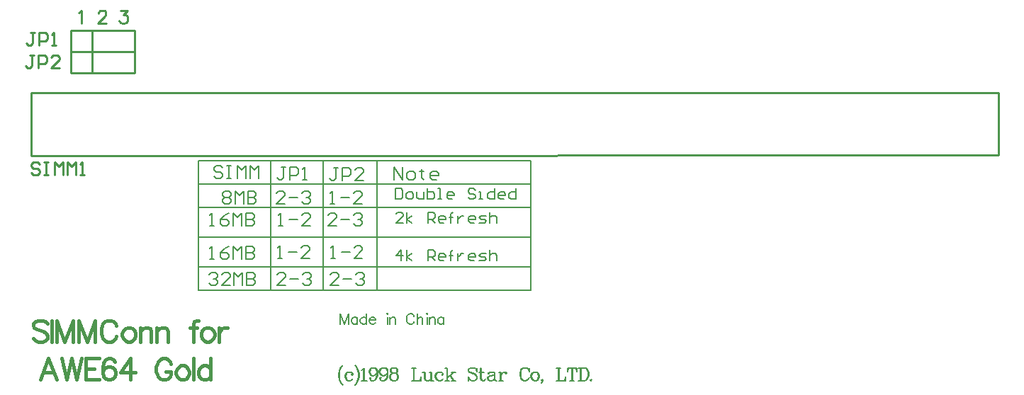
<source format=gto>
G04*
G04 #@! TF.GenerationSoftware,Altium Limited,Altium Designer,21.1.0 (24)*
G04*
G04 Layer_Color=65535*
%FSLAX25Y25*%
%MOIN*%
G70*
G04*
G04 #@! TF.SameCoordinates,40E11F36-D20F-4FD9-B815-0A3DC11206FA*
G04*
G04*
G04 #@! TF.FilePolarity,Positive*
G04*
G01*
G75*
%ADD10C,0.00800*%
%ADD11C,0.01000*%
%ADD12C,0.01500*%
D10*
X-115000Y-81500D02*
Y-21000D01*
X-90400Y-81600D02*
X-90000Y-82000D01*
X-90400Y-81600D02*
Y-21000D01*
X-65000Y-71000D02*
X7500D01*
X-65000Y-57000D02*
X7500D01*
X-65000Y-43000D02*
X7500D01*
X-65000Y-32000D02*
X7500D01*
X-65000Y-81900D02*
X7500Y-82000D01*
Y-21000D01*
X-65000D02*
X7500D01*
X-149000Y-71000D02*
X-65000D01*
X-149000Y-57000D02*
X-65000D01*
X-149000Y-43000D02*
X-65000D01*
X-149000Y-32000D02*
X-65000D01*
X-149000Y-23500D02*
Y-21000D01*
X-65000D01*
Y-23000D02*
Y-21000D01*
Y-81900D02*
Y-23000D01*
X-149000Y-82000D02*
X-65000Y-81900D01*
X-149000Y-82000D02*
Y-23500D01*
X-57000Y-30000D02*
Y-24002D01*
X-53001Y-30000D01*
Y-24002D01*
X-50002Y-30000D02*
X-48003D01*
X-47003Y-29000D01*
Y-27001D01*
X-48003Y-26001D01*
X-50002D01*
X-51002Y-27001D01*
Y-29000D01*
X-50002Y-30000D01*
X-44004Y-25002D02*
Y-26001D01*
X-45004D01*
X-43005D01*
X-44004D01*
Y-29000D01*
X-43005Y-30000D01*
X-37007D02*
X-39006D01*
X-40005Y-29000D01*
Y-27001D01*
X-39006Y-26001D01*
X-37007D01*
X-36007Y-27001D01*
Y-28001D01*
X-40005D01*
X-53501Y-68000D02*
Y-63002D01*
X-56000Y-65501D01*
X-52668D01*
X-51002Y-68000D02*
Y-63002D01*
Y-66334D02*
X-48502Y-64668D01*
X-51002Y-66334D02*
X-48502Y-68000D01*
X-41005D02*
Y-63002D01*
X-38506D01*
X-37673Y-63835D01*
Y-65501D01*
X-38506Y-66334D01*
X-41005D01*
X-39339D02*
X-37673Y-68000D01*
X-33507D02*
X-35173D01*
X-36007Y-67167D01*
Y-65501D01*
X-35173Y-64668D01*
X-33507D01*
X-32674Y-65501D01*
Y-66334D01*
X-36007D01*
X-30175Y-68000D02*
Y-63835D01*
Y-65501D01*
X-31008D01*
X-29342D01*
X-30175D01*
Y-63835D01*
X-29342Y-63002D01*
X-26843Y-64668D02*
Y-68000D01*
Y-66334D01*
X-26010Y-65501D01*
X-25177Y-64668D01*
X-24344D01*
X-19345Y-68000D02*
X-21011D01*
X-21844Y-67167D01*
Y-65501D01*
X-21011Y-64668D01*
X-19345D01*
X-18512Y-65501D01*
Y-66334D01*
X-21844D01*
X-16846Y-68000D02*
X-14347D01*
X-13514Y-67167D01*
X-14347Y-66334D01*
X-16013D01*
X-16846Y-65501D01*
X-16013Y-64668D01*
X-13514D01*
X-11848Y-63002D02*
Y-68000D01*
Y-65501D01*
X-11015Y-64668D01*
X-9348D01*
X-8515Y-65501D01*
Y-68000D01*
X-144100Y-74602D02*
X-143100Y-73602D01*
X-141101D01*
X-140101Y-74602D01*
Y-75601D01*
X-141101Y-76601D01*
X-142101D01*
X-141101D01*
X-140101Y-77601D01*
Y-78600D01*
X-141101Y-79600D01*
X-143100D01*
X-144100Y-78600D01*
X-134103Y-79600D02*
X-138102D01*
X-134103Y-75601D01*
Y-74602D01*
X-135103Y-73602D01*
X-137102D01*
X-138102Y-74602D01*
X-132104Y-79600D02*
Y-73602D01*
X-130104Y-75601D01*
X-128105Y-73602D01*
Y-79600D01*
X-126106Y-73602D02*
Y-79600D01*
X-123107D01*
X-122107Y-78600D01*
Y-77601D01*
X-123107Y-76601D01*
X-126106D01*
X-123107D01*
X-122107Y-75601D01*
Y-74602D01*
X-123107Y-73602D01*
X-126106D01*
X-108001Y-79500D02*
X-112000D01*
X-108001Y-75501D01*
Y-74502D01*
X-109001Y-73502D01*
X-111000D01*
X-112000Y-74502D01*
X-106002Y-76501D02*
X-102003D01*
X-100004Y-74502D02*
X-99004Y-73502D01*
X-97005D01*
X-96005Y-74502D01*
Y-75501D01*
X-97005Y-76501D01*
X-98005D01*
X-97005D01*
X-96005Y-77501D01*
Y-78500D01*
X-97005Y-79500D01*
X-99004D01*
X-100004Y-78500D01*
X-83001Y-79500D02*
X-87000D01*
X-83001Y-75501D01*
Y-74502D01*
X-84001Y-73502D01*
X-86000D01*
X-87000Y-74502D01*
X-81002Y-76501D02*
X-77003D01*
X-75004Y-74502D02*
X-74004Y-73502D01*
X-72005D01*
X-71005Y-74502D01*
Y-75501D01*
X-72005Y-76501D01*
X-73005D01*
X-72005D01*
X-71005Y-77501D01*
Y-78500D01*
X-72005Y-79500D01*
X-74004D01*
X-75004Y-78500D01*
X-84001Y-51700D02*
X-88000D01*
X-84001Y-47701D01*
Y-46702D01*
X-85001Y-45702D01*
X-87000D01*
X-88000Y-46702D01*
X-82002Y-48701D02*
X-78003D01*
X-76004Y-46702D02*
X-75004Y-45702D01*
X-73005D01*
X-72005Y-46702D01*
Y-47701D01*
X-73005Y-48701D01*
X-74005D01*
X-73005D01*
X-72005Y-49701D01*
Y-50700D01*
X-73005Y-51700D01*
X-75004D01*
X-76004Y-50700D01*
X-137766Y-36202D02*
X-136766Y-35202D01*
X-134767D01*
X-133767Y-36202D01*
Y-37201D01*
X-134767Y-38201D01*
X-133767Y-39201D01*
Y-40200D01*
X-134767Y-41200D01*
X-136766D01*
X-137766Y-40200D01*
Y-39201D01*
X-136766Y-38201D01*
X-137766Y-37201D01*
Y-36202D01*
X-136766Y-38201D02*
X-134767D01*
X-131768Y-41200D02*
Y-35202D01*
X-129769Y-37201D01*
X-127769Y-35202D01*
Y-41200D01*
X-125770Y-35202D02*
Y-41200D01*
X-122771D01*
X-121771Y-40200D01*
Y-39201D01*
X-122771Y-38201D01*
X-125770D01*
X-122771D01*
X-121771Y-37201D01*
Y-36202D01*
X-122771Y-35202D01*
X-125770D01*
X-108401Y-41300D02*
X-112400D01*
X-108401Y-37301D01*
Y-36302D01*
X-109401Y-35302D01*
X-111400D01*
X-112400Y-36302D01*
X-106402Y-38301D02*
X-102403D01*
X-100404Y-36302D02*
X-99404Y-35302D01*
X-97405D01*
X-96405Y-36302D01*
Y-37301D01*
X-97405Y-38301D01*
X-98405D01*
X-97405D01*
X-96405Y-39301D01*
Y-40300D01*
X-97405Y-41300D01*
X-99404D01*
X-100404Y-40300D01*
X-86996Y-41300D02*
X-84997D01*
X-85996D01*
Y-35302D01*
X-86996Y-36302D01*
X-81998Y-38301D02*
X-77999D01*
X-72001Y-41300D02*
X-76000D01*
X-72001Y-37301D01*
Y-36302D01*
X-73001Y-35302D01*
X-75000D01*
X-76000Y-36302D01*
X-82200Y-93001D02*
Y-98000D01*
Y-93001D02*
X-80296Y-98000D01*
X-78391Y-93001D02*
X-80296Y-98000D01*
X-78391Y-93001D02*
Y-98000D01*
X-74107Y-94667D02*
Y-98000D01*
Y-95381D02*
X-74583Y-94905D01*
X-75059Y-94667D01*
X-75773D01*
X-76249Y-94905D01*
X-76725Y-95381D01*
X-76963Y-96096D01*
Y-96572D01*
X-76725Y-97286D01*
X-76249Y-97762D01*
X-75773Y-98000D01*
X-75059D01*
X-74583Y-97762D01*
X-74107Y-97286D01*
X-69917Y-93001D02*
Y-98000D01*
Y-95381D02*
X-70393Y-94905D01*
X-70869Y-94667D01*
X-71583D01*
X-72059Y-94905D01*
X-72535Y-95381D01*
X-72773Y-96096D01*
Y-96572D01*
X-72535Y-97286D01*
X-72059Y-97762D01*
X-71583Y-98000D01*
X-70869D01*
X-70393Y-97762D01*
X-69917Y-97286D01*
X-68584Y-96096D02*
X-65727D01*
Y-95620D01*
X-65965Y-95144D01*
X-66203Y-94905D01*
X-66680Y-94667D01*
X-67394D01*
X-67870Y-94905D01*
X-68346Y-95381D01*
X-68584Y-96096D01*
Y-96572D01*
X-68346Y-97286D01*
X-67870Y-97762D01*
X-67394Y-98000D01*
X-66680D01*
X-66203Y-97762D01*
X-65727Y-97286D01*
X-60252Y-93001D02*
X-60014Y-93239D01*
X-59776Y-93001D01*
X-60014Y-92763D01*
X-60252Y-93001D01*
X-60014Y-94667D02*
Y-98000D01*
X-58895Y-94667D02*
Y-98000D01*
Y-95620D02*
X-58181Y-94905D01*
X-57705Y-94667D01*
X-56991D01*
X-56515Y-94905D01*
X-56277Y-95620D01*
Y-98000D01*
X-47469Y-94191D02*
X-47707Y-93715D01*
X-48184Y-93239D01*
X-48660Y-93001D01*
X-49612D01*
X-50088Y-93239D01*
X-50564Y-93715D01*
X-50802Y-94191D01*
X-51040Y-94905D01*
Y-96096D01*
X-50802Y-96810D01*
X-50564Y-97286D01*
X-50088Y-97762D01*
X-49612Y-98000D01*
X-48660D01*
X-48184Y-97762D01*
X-47707Y-97286D01*
X-47469Y-96810D01*
X-46065Y-93001D02*
Y-98000D01*
Y-95620D02*
X-45351Y-94905D01*
X-44875Y-94667D01*
X-44161D01*
X-43684Y-94905D01*
X-43446Y-95620D01*
Y-98000D01*
X-41661Y-93001D02*
X-41423Y-93239D01*
X-41185Y-93001D01*
X-41423Y-92763D01*
X-41661Y-93001D01*
X-41423Y-94667D02*
Y-98000D01*
X-40304Y-94667D02*
Y-98000D01*
Y-95620D02*
X-39590Y-94905D01*
X-39114Y-94667D01*
X-38400D01*
X-37924Y-94905D01*
X-37686Y-95620D01*
Y-98000D01*
X-33520Y-94667D02*
Y-98000D01*
Y-95381D02*
X-33996Y-94905D01*
X-34472Y-94667D01*
X-35186D01*
X-35662Y-94905D01*
X-36138Y-95381D01*
X-36377Y-96096D01*
Y-96572D01*
X-36138Y-97286D01*
X-35662Y-97762D01*
X-35186Y-98000D01*
X-34472D01*
X-33996Y-97762D01*
X-33520Y-97286D01*
X-111511Y-67100D02*
X-109511D01*
X-110511D01*
Y-61102D01*
X-111511Y-62102D01*
X-106512Y-64101D02*
X-102513D01*
X-96515Y-67100D02*
X-100514D01*
X-96515Y-63101D01*
Y-62102D01*
X-97515Y-61102D01*
X-99514D01*
X-100514Y-62102D01*
X-86766Y-67114D02*
X-84767D01*
X-85767D01*
Y-61116D01*
X-86766Y-62116D01*
X-81768Y-64115D02*
X-77769D01*
X-71771Y-67114D02*
X-75770D01*
X-71771Y-63116D01*
Y-62116D01*
X-72771Y-61116D01*
X-74770D01*
X-75770Y-62116D01*
X-111400Y-51800D02*
X-109401D01*
X-110400D01*
Y-45802D01*
X-111400Y-46802D01*
X-106402Y-48801D02*
X-102403D01*
X-96405Y-51800D02*
X-100404D01*
X-96405Y-47801D01*
Y-46802D01*
X-97404Y-45802D01*
X-99404D01*
X-100404Y-46802D01*
X-143500Y-67300D02*
X-141501D01*
X-142500D01*
Y-61302D01*
X-143500Y-62302D01*
X-134503Y-61302D02*
X-136502Y-62302D01*
X-138502Y-64301D01*
Y-66300D01*
X-137502Y-67300D01*
X-135503D01*
X-134503Y-66300D01*
Y-65301D01*
X-135503Y-64301D01*
X-138502D01*
X-132504Y-67300D02*
Y-61302D01*
X-130504Y-63301D01*
X-128505Y-61302D01*
Y-67300D01*
X-126505Y-61302D02*
Y-67300D01*
X-123506D01*
X-122507Y-66300D01*
Y-65301D01*
X-123506Y-64301D01*
X-126505D01*
X-123506D01*
X-122507Y-63301D01*
Y-62302D01*
X-123506Y-61302D01*
X-126505D01*
X-83401Y-24202D02*
X-85401D01*
X-84401D01*
Y-29200D01*
X-85401Y-30200D01*
X-86400D01*
X-87400Y-29200D01*
X-81402Y-30200D02*
Y-24202D01*
X-78403D01*
X-77403Y-25202D01*
Y-27201D01*
X-78403Y-28201D01*
X-81402D01*
X-71405Y-30200D02*
X-75404D01*
X-71405Y-26201D01*
Y-25202D01*
X-72405Y-24202D01*
X-74404D01*
X-75404Y-25202D01*
X-107801Y-24102D02*
X-109801D01*
X-108801D01*
Y-29100D01*
X-109801Y-30100D01*
X-110800D01*
X-111800Y-29100D01*
X-105802Y-30100D02*
Y-24102D01*
X-102803D01*
X-101803Y-25102D01*
Y-27101D01*
X-102803Y-28101D01*
X-105802D01*
X-99804Y-30100D02*
X-97804D01*
X-98804D01*
Y-24102D01*
X-99804Y-25102D01*
X-137501Y-24302D02*
X-138501Y-23302D01*
X-140500D01*
X-141500Y-24302D01*
Y-25301D01*
X-140500Y-26301D01*
X-138501D01*
X-137501Y-27301D01*
Y-28300D01*
X-138501Y-29300D01*
X-140500D01*
X-141500Y-28300D01*
X-135502Y-23302D02*
X-133503D01*
X-134502D01*
Y-29300D01*
X-135502D01*
X-133503D01*
X-130504D02*
Y-23302D01*
X-128504Y-25301D01*
X-126505Y-23302D01*
Y-29300D01*
X-124505D02*
Y-23302D01*
X-122506Y-25301D01*
X-120507Y-23302D01*
Y-29300D01*
X-143544Y-51559D02*
X-141545D01*
X-142545D01*
Y-45560D01*
X-143544Y-46560D01*
X-134547Y-45560D02*
X-136547Y-46560D01*
X-138546Y-48559D01*
Y-50559D01*
X-137546Y-51559D01*
X-135547D01*
X-134547Y-50559D01*
Y-49559D01*
X-135547Y-48559D01*
X-138546D01*
X-132548Y-51559D02*
Y-45560D01*
X-130549Y-47560D01*
X-128549Y-45560D01*
Y-51559D01*
X-126550Y-45560D02*
Y-51559D01*
X-123551D01*
X-122551Y-50559D01*
Y-49559D01*
X-123551Y-48559D01*
X-126550D01*
X-123551D01*
X-122551Y-47560D01*
Y-46560D01*
X-123551Y-45560D01*
X-126550D01*
X-81055Y-117359D02*
X-81626Y-117930D01*
X-82197Y-118787D01*
X-82769Y-119930D01*
X-83054Y-121358D01*
Y-122500D01*
X-82769Y-123929D01*
X-82197Y-125071D01*
X-81626Y-125928D01*
X-81055Y-126500D01*
X-81626Y-117930D02*
X-82197Y-119073D01*
X-82483Y-119930D01*
X-82769Y-121358D01*
Y-122500D01*
X-82483Y-123929D01*
X-82197Y-124786D01*
X-81626Y-125928D01*
X-76542Y-121358D02*
X-76827Y-121643D01*
X-76542Y-121929D01*
X-76256Y-121643D01*
Y-121358D01*
X-76827Y-120786D01*
X-77399Y-120501D01*
X-78255D01*
X-79112Y-120786D01*
X-79684Y-121358D01*
X-79969Y-122215D01*
Y-122786D01*
X-79684Y-123643D01*
X-79112Y-124214D01*
X-78255Y-124500D01*
X-77684D01*
X-76827Y-124214D01*
X-76256Y-123643D01*
X-78255Y-120501D02*
X-78827Y-120786D01*
X-79398Y-121358D01*
X-79684Y-122215D01*
Y-122786D01*
X-79398Y-123643D01*
X-78827Y-124214D01*
X-78255Y-124500D01*
X-75342Y-117359D02*
X-74770Y-117930D01*
X-74199Y-118787D01*
X-73628Y-119930D01*
X-73342Y-121358D01*
Y-122500D01*
X-73628Y-123929D01*
X-74199Y-125071D01*
X-74770Y-125928D01*
X-75342Y-126500D01*
X-74770Y-117930D02*
X-74199Y-119073D01*
X-73914Y-119930D01*
X-73628Y-121358D01*
Y-122500D01*
X-73914Y-123929D01*
X-74199Y-124786D01*
X-74770Y-125928D01*
X-72257Y-119644D02*
X-71685Y-119358D01*
X-70828Y-118501D01*
Y-124500D01*
X-71114Y-118787D02*
Y-124500D01*
X-72257D02*
X-69686D01*
X-64944Y-120501D02*
X-65230Y-121358D01*
X-65801Y-121929D01*
X-66658Y-122215D01*
X-66944D01*
X-67800Y-121929D01*
X-68372Y-121358D01*
X-68657Y-120501D01*
Y-120215D01*
X-68372Y-119358D01*
X-67800Y-118787D01*
X-66944Y-118501D01*
X-66372D01*
X-65515Y-118787D01*
X-64944Y-119358D01*
X-64658Y-120215D01*
Y-121929D01*
X-64944Y-123072D01*
X-65230Y-123643D01*
X-65801Y-124214D01*
X-66658Y-124500D01*
X-67515D01*
X-68086Y-124214D01*
X-68372Y-123643D01*
Y-123357D01*
X-68086Y-123072D01*
X-67800Y-123357D01*
X-68086Y-123643D01*
X-66944Y-122215D02*
X-67515Y-121929D01*
X-68086Y-121358D01*
X-68372Y-120501D01*
Y-120215D01*
X-68086Y-119358D01*
X-67515Y-118787D01*
X-66944Y-118501D01*
X-66372D02*
X-65801Y-118787D01*
X-65230Y-119358D01*
X-64944Y-120215D01*
Y-121929D01*
X-65230Y-123072D01*
X-65515Y-123643D01*
X-66087Y-124214D01*
X-66658Y-124500D01*
X-60059Y-120501D02*
X-60345Y-121358D01*
X-60916Y-121929D01*
X-61773Y-122215D01*
X-62059D01*
X-62916Y-121929D01*
X-63487Y-121358D01*
X-63773Y-120501D01*
Y-120215D01*
X-63487Y-119358D01*
X-62916Y-118787D01*
X-62059Y-118501D01*
X-61488D01*
X-60631Y-118787D01*
X-60059Y-119358D01*
X-59774Y-120215D01*
Y-121929D01*
X-60059Y-123072D01*
X-60345Y-123643D01*
X-60916Y-124214D01*
X-61773Y-124500D01*
X-62630D01*
X-63201Y-124214D01*
X-63487Y-123643D01*
Y-123357D01*
X-63201Y-123072D01*
X-62916Y-123357D01*
X-63201Y-123643D01*
X-62059Y-122215D02*
X-62630Y-121929D01*
X-63201Y-121358D01*
X-63487Y-120501D01*
Y-120215D01*
X-63201Y-119358D01*
X-62630Y-118787D01*
X-62059Y-118501D01*
X-61488D02*
X-60916Y-118787D01*
X-60345Y-119358D01*
X-60059Y-120215D01*
Y-121929D01*
X-60345Y-123072D01*
X-60631Y-123643D01*
X-61202Y-124214D01*
X-61773Y-124500D01*
X-57460Y-118501D02*
X-58317Y-118787D01*
X-58602Y-119358D01*
Y-120215D01*
X-58317Y-120786D01*
X-57460Y-121072D01*
X-56317D01*
X-55460Y-120786D01*
X-55175Y-120215D01*
Y-119358D01*
X-55460Y-118787D01*
X-56317Y-118501D01*
X-57460D01*
X-58031Y-118787D01*
X-58317Y-119358D01*
Y-120215D01*
X-58031Y-120786D01*
X-57460Y-121072D01*
X-56317D02*
X-55746Y-120786D01*
X-55460Y-120215D01*
Y-119358D01*
X-55746Y-118787D01*
X-56317Y-118501D01*
X-57460Y-121072D02*
X-58317Y-121358D01*
X-58602Y-121643D01*
X-58888Y-122215D01*
Y-123357D01*
X-58602Y-123929D01*
X-58317Y-124214D01*
X-57460Y-124500D01*
X-56317D01*
X-55460Y-124214D01*
X-55175Y-123929D01*
X-54889Y-123357D01*
Y-122215D01*
X-55175Y-121643D01*
X-55460Y-121358D01*
X-56317Y-121072D01*
X-57460D02*
X-58031Y-121358D01*
X-58317Y-121643D01*
X-58602Y-122215D01*
Y-123357D01*
X-58317Y-123929D01*
X-58031Y-124214D01*
X-57460Y-124500D01*
X-56317D02*
X-55746Y-124214D01*
X-55460Y-123929D01*
X-55175Y-123357D01*
Y-122215D01*
X-55460Y-121643D01*
X-55746Y-121358D01*
X-56317Y-121072D01*
X-47748Y-118501D02*
Y-124500D01*
X-47462Y-118501D02*
Y-124500D01*
X-48605Y-118501D02*
X-46605D01*
X-48605Y-124500D02*
X-44320D01*
Y-122786D01*
X-44605Y-124500D01*
X-42606Y-120501D02*
Y-123643D01*
X-42320Y-124214D01*
X-41463Y-124500D01*
X-40892D01*
X-40035Y-124214D01*
X-39464Y-123643D01*
X-42320Y-120501D02*
Y-123643D01*
X-42035Y-124214D01*
X-41463Y-124500D01*
X-39464Y-120501D02*
Y-124500D01*
X-39178Y-120501D02*
Y-124500D01*
X-43463Y-120501D02*
X-42320D01*
X-40321D02*
X-39178D01*
X-39464Y-124500D02*
X-38321D01*
X-34122Y-121358D02*
X-34408Y-121643D01*
X-34122Y-121929D01*
X-33836Y-121643D01*
Y-121358D01*
X-34408Y-120786D01*
X-34979Y-120501D01*
X-35836D01*
X-36693Y-120786D01*
X-37264Y-121358D01*
X-37550Y-122215D01*
Y-122786D01*
X-37264Y-123643D01*
X-36693Y-124214D01*
X-35836Y-124500D01*
X-35265D01*
X-34408Y-124214D01*
X-33836Y-123643D01*
X-35836Y-120501D02*
X-36407Y-120786D01*
X-36979Y-121358D01*
X-37264Y-122215D01*
Y-122786D01*
X-36979Y-123643D01*
X-36407Y-124214D01*
X-35836Y-124500D01*
X-32065Y-118501D02*
Y-124500D01*
X-31780Y-118501D02*
Y-124500D01*
X-28923Y-120501D02*
X-31780Y-123357D01*
X-30351Y-122215D02*
X-28637Y-124500D01*
X-30637Y-122215D02*
X-28923Y-124500D01*
X-32922Y-118501D02*
X-31780D01*
X-29780Y-120501D02*
X-28066D01*
X-32922Y-124500D02*
X-30923D01*
X-29780D02*
X-28066D01*
X-18154Y-119358D02*
X-17868Y-118501D01*
Y-120215D01*
X-18154Y-119358D01*
X-18725Y-118787D01*
X-19582Y-118501D01*
X-20439D01*
X-21296Y-118787D01*
X-21868Y-119358D01*
Y-119930D01*
X-21582Y-120501D01*
X-21296Y-120786D01*
X-20725Y-121072D01*
X-19011Y-121643D01*
X-18440Y-121929D01*
X-17868Y-122500D01*
X-21868Y-119930D02*
X-21296Y-120501D01*
X-20725Y-120786D01*
X-19011Y-121358D01*
X-18440Y-121643D01*
X-18154Y-121929D01*
X-17868Y-122500D01*
Y-123643D01*
X-18440Y-124214D01*
X-19297Y-124500D01*
X-20154D01*
X-21011Y-124214D01*
X-21582Y-123643D01*
X-21868Y-122786D01*
Y-124500D01*
X-21582Y-123643D01*
X-15269Y-124500D02*
X-15555Y-124214D01*
X-15840Y-123357D01*
Y-118501D01*
X-16126D01*
Y-123357D01*
X-15840Y-124214D01*
X-15269Y-124500D01*
X-14698D01*
X-14126Y-124214D01*
X-13841Y-123643D01*
X-16983Y-120501D02*
X-14698D01*
X-12298Y-121072D02*
Y-121358D01*
X-12584D01*
Y-121072D01*
X-12298Y-120786D01*
X-11727Y-120501D01*
X-10584D01*
X-10013Y-120786D01*
X-9727Y-121072D01*
X-9442Y-121643D01*
Y-123643D01*
X-9156Y-124214D01*
X-8870Y-124500D01*
X-9727Y-121072D02*
Y-123643D01*
X-9442Y-124214D01*
X-8870Y-124500D01*
X-8585D01*
X-9727Y-121643D02*
X-10013Y-121929D01*
X-11727Y-122215D01*
X-12584Y-122500D01*
X-12869Y-123072D01*
Y-123643D01*
X-12584Y-124214D01*
X-11727Y-124500D01*
X-10870D01*
X-10299Y-124214D01*
X-9727Y-123643D01*
X-11727Y-122215D02*
X-12298Y-122500D01*
X-12584Y-123072D01*
Y-123643D01*
X-12298Y-124214D01*
X-11727Y-124500D01*
X-6871Y-120501D02*
Y-124500D01*
X-6585Y-120501D02*
Y-124500D01*
Y-122215D02*
X-6299Y-121358D01*
X-5728Y-120786D01*
X-5157Y-120501D01*
X-4300D01*
X-4014Y-120786D01*
Y-121072D01*
X-4300Y-121358D01*
X-4586Y-121072D01*
X-4300Y-120786D01*
X-7728Y-120501D02*
X-6585D01*
X-7728Y-124500D02*
X-5728D01*
X6298Y-119358D02*
X6583Y-120215D01*
Y-118501D01*
X6298Y-119358D01*
X5727Y-118787D01*
X4870Y-118501D01*
X4298D01*
X3441Y-118787D01*
X2870Y-119358D01*
X2584Y-119930D01*
X2299Y-120786D01*
Y-122215D01*
X2584Y-123072D01*
X2870Y-123643D01*
X3441Y-124214D01*
X4298Y-124500D01*
X4870D01*
X5727Y-124214D01*
X6298Y-123643D01*
X6583Y-123072D01*
X4298Y-118501D02*
X3727Y-118787D01*
X3156Y-119358D01*
X2870Y-119930D01*
X2584Y-120786D01*
Y-122215D01*
X2870Y-123072D01*
X3156Y-123643D01*
X3727Y-124214D01*
X4298Y-124500D01*
X9154Y-120501D02*
X8298Y-120786D01*
X7726Y-121358D01*
X7440Y-122215D01*
Y-122786D01*
X7726Y-123643D01*
X8298Y-124214D01*
X9154Y-124500D01*
X9726D01*
X10583Y-124214D01*
X11154Y-123643D01*
X11440Y-122786D01*
Y-122215D01*
X11154Y-121358D01*
X10583Y-120786D01*
X9726Y-120501D01*
X9154D01*
X8583Y-120786D01*
X8012Y-121358D01*
X7726Y-122215D01*
Y-122786D01*
X8012Y-123643D01*
X8583Y-124214D01*
X9154Y-124500D01*
X9726D02*
X10297Y-124214D01*
X10868Y-123643D01*
X11154Y-122786D01*
Y-122215D01*
X10868Y-121358D01*
X10297Y-120786D01*
X9726Y-120501D01*
X12611Y-124500D02*
X12325Y-124214D01*
X12611Y-123929D01*
X12897Y-124214D01*
Y-124786D01*
X12611Y-125357D01*
X12325Y-125643D01*
X20381Y-118501D02*
Y-124500D01*
X20666Y-118501D02*
Y-124500D01*
X19524Y-118501D02*
X21523D01*
X19524Y-124500D02*
X23808D01*
Y-122786D01*
X23523Y-124500D01*
X26665Y-118501D02*
Y-124500D01*
X26951Y-118501D02*
Y-124500D01*
X24951Y-118501D02*
X24665Y-120215D01*
Y-118501D01*
X28950D01*
Y-120215D01*
X28664Y-118501D01*
X25808Y-124500D02*
X27808D01*
X30664Y-118501D02*
Y-124500D01*
X30950Y-118501D02*
Y-124500D01*
X29807Y-118501D02*
X32664D01*
X33521Y-118787D01*
X34092Y-119358D01*
X34378Y-119930D01*
X34663Y-120786D01*
Y-122215D01*
X34378Y-123072D01*
X34092Y-123643D01*
X33521Y-124214D01*
X32664Y-124500D01*
X29807D01*
X32664Y-118501D02*
X33235Y-118787D01*
X33806Y-119358D01*
X34092Y-119930D01*
X34378Y-120786D01*
Y-122215D01*
X34092Y-123072D01*
X33806Y-123643D01*
X33235Y-124214D01*
X32664Y-124500D01*
X35749Y-123929D02*
X35463Y-124214D01*
X35749Y-124500D01*
X36034Y-124214D01*
X35749Y-123929D01*
X-56200Y-34102D02*
Y-39100D01*
X-53701D01*
X-52868Y-38267D01*
Y-34935D01*
X-53701Y-34102D01*
X-56200D01*
X-50369Y-39100D02*
X-48702D01*
X-47869Y-38267D01*
Y-36601D01*
X-48702Y-35768D01*
X-50369D01*
X-51202Y-36601D01*
Y-38267D01*
X-50369Y-39100D01*
X-46203Y-35768D02*
Y-38267D01*
X-45370Y-39100D01*
X-42871D01*
Y-35768D01*
X-41205Y-34102D02*
Y-39100D01*
X-38706D01*
X-37873Y-38267D01*
Y-37434D01*
Y-36601D01*
X-38706Y-35768D01*
X-41205D01*
X-36206Y-39100D02*
X-34540D01*
X-35373D01*
Y-34102D01*
X-36206D01*
X-29542Y-39100D02*
X-31208D01*
X-32041Y-38267D01*
Y-36601D01*
X-31208Y-35768D01*
X-29542D01*
X-28709Y-36601D01*
Y-37434D01*
X-32041D01*
X-18712Y-34935D02*
X-19545Y-34102D01*
X-21211D01*
X-22044Y-34935D01*
Y-35768D01*
X-21211Y-36601D01*
X-19545D01*
X-18712Y-37434D01*
Y-38267D01*
X-19545Y-39100D01*
X-21211D01*
X-22044Y-38267D01*
X-17046Y-39100D02*
X-15380D01*
X-16213D01*
Y-35768D01*
X-17046D01*
X-9548Y-34102D02*
Y-39100D01*
X-12048D01*
X-12881Y-38267D01*
Y-36601D01*
X-12048Y-35768D01*
X-9548D01*
X-5383Y-39100D02*
X-7049D01*
X-7882Y-38267D01*
Y-36601D01*
X-7049Y-35768D01*
X-5383D01*
X-4550Y-36601D01*
Y-37434D01*
X-7882D01*
X448Y-34102D02*
Y-39100D01*
X-2051D01*
X-2884Y-38267D01*
Y-36601D01*
X-2051Y-35768D01*
X448D01*
X-52668Y-50300D02*
X-56000D01*
X-52668Y-46968D01*
Y-46135D01*
X-53501Y-45302D01*
X-55167D01*
X-56000Y-46135D01*
X-51002Y-50300D02*
Y-45302D01*
Y-48634D02*
X-48502Y-46968D01*
X-51002Y-48634D02*
X-48502Y-50300D01*
X-41005D02*
Y-45302D01*
X-38506D01*
X-37673Y-46135D01*
Y-47801D01*
X-38506Y-48634D01*
X-41005D01*
X-39339D02*
X-37673Y-50300D01*
X-33507D02*
X-35173D01*
X-36007Y-49467D01*
Y-47801D01*
X-35173Y-46968D01*
X-33507D01*
X-32674Y-47801D01*
Y-48634D01*
X-36007D01*
X-30175Y-50300D02*
Y-46135D01*
Y-47801D01*
X-31008D01*
X-29342D01*
X-30175D01*
Y-46135D01*
X-29342Y-45302D01*
X-26843Y-46968D02*
Y-50300D01*
Y-48634D01*
X-26010Y-47801D01*
X-25177Y-46968D01*
X-24344D01*
X-19345Y-50300D02*
X-21011D01*
X-21844Y-49467D01*
Y-47801D01*
X-21011Y-46968D01*
X-19345D01*
X-18512Y-47801D01*
Y-48634D01*
X-21844D01*
X-16846Y-50300D02*
X-14347D01*
X-13514Y-49467D01*
X-14347Y-48634D01*
X-16013D01*
X-16846Y-47801D01*
X-16013Y-46968D01*
X-13514D01*
X-11848Y-45302D02*
Y-50300D01*
Y-47801D01*
X-11015Y-46968D01*
X-9348D01*
X-8515Y-47801D01*
Y-50300D01*
D11*
X-198800Y20396D02*
Y30396D01*
X-208800Y20396D02*
Y30396D01*
X-178800D01*
Y20396D02*
Y30396D01*
X-208800Y20396D02*
X-178800D01*
X-198800Y30396D02*
Y40396D01*
X-208800Y30396D02*
Y40396D01*
X-178800D01*
Y30396D02*
Y40396D01*
X-208800Y30396D02*
X-178800D01*
X-227638Y-18500D02*
X-190900D01*
X-227638D02*
Y11000D01*
X227425Y-18400D02*
Y11000D01*
X195500D02*
X227425D01*
X192000D02*
X195500D01*
X-190800Y-18500D02*
X227425Y-18400D01*
X-227638Y11000D02*
X192000D01*
X-226301Y28594D02*
X-228301D01*
X-227301D01*
Y23596D01*
X-228301Y22596D01*
X-229300D01*
X-230300Y23596D01*
X-224302Y22596D02*
Y28594D01*
X-221303D01*
X-220303Y27594D01*
Y25595D01*
X-221303Y24595D01*
X-224302D01*
X-214305Y22596D02*
X-218304D01*
X-214305Y26595D01*
Y27594D01*
X-215305Y28594D01*
X-217304D01*
X-218304Y27594D01*
X-225901Y39194D02*
X-227901D01*
X-226901D01*
Y34196D01*
X-227901Y33196D01*
X-228900D01*
X-229900Y34196D01*
X-223902Y33196D02*
Y39194D01*
X-220903D01*
X-219903Y38195D01*
Y36195D01*
X-220903Y35195D01*
X-223902D01*
X-217904Y33196D02*
X-215904D01*
X-216904D01*
Y39194D01*
X-217904Y38195D01*
X-205300Y48652D02*
X-204729Y48938D01*
X-203872Y49795D01*
Y43796D01*
X-195902Y48367D02*
Y48652D01*
X-195616Y49224D01*
X-195331Y49509D01*
X-194759Y49795D01*
X-193617D01*
X-193045Y49509D01*
X-192760Y49224D01*
X-192474Y48652D01*
Y48081D01*
X-192760Y47510D01*
X-193331Y46653D01*
X-196188Y43796D01*
X-192189D01*
X-185561Y49795D02*
X-182419D01*
X-184133Y47510D01*
X-183276D01*
X-182705Y47224D01*
X-182419Y46938D01*
X-182133Y46081D01*
Y45510D01*
X-182419Y44653D01*
X-182991Y44082D01*
X-183847Y43796D01*
X-184704D01*
X-185561Y44082D01*
X-185847Y44367D01*
X-186133Y44939D01*
X-223501Y-22503D02*
X-224501Y-21504D01*
X-226500D01*
X-227500Y-22503D01*
Y-23503D01*
X-226500Y-24503D01*
X-224501D01*
X-223501Y-25502D01*
Y-26502D01*
X-224501Y-27502D01*
X-226500D01*
X-227500Y-26502D01*
X-221502Y-21504D02*
X-219503D01*
X-220502D01*
Y-27502D01*
X-221502D01*
X-219503D01*
X-216504D02*
Y-21504D01*
X-214504Y-23503D01*
X-212505Y-21504D01*
Y-27502D01*
X-210506D02*
Y-21504D01*
X-208506Y-23503D01*
X-206507Y-21504D01*
Y-27502D01*
X-204507D02*
X-202508D01*
X-203508D01*
Y-21504D01*
X-204507Y-22503D01*
D12*
X-215759Y-124123D02*
X-219568Y-114126D01*
X-223377Y-124123D01*
X-221948Y-120791D02*
X-217187D01*
X-213426Y-114126D02*
X-211046Y-124123D01*
X-208665Y-114126D02*
X-211046Y-124123D01*
X-208665Y-114126D02*
X-206285Y-124123D01*
X-203905Y-114126D02*
X-206285Y-124123D01*
X-195716Y-114126D02*
X-201905D01*
Y-124123D01*
X-195716D01*
X-201905Y-118886D02*
X-198096D01*
X-188337Y-115554D02*
X-188813Y-114602D01*
X-190241Y-114126D01*
X-191193D01*
X-192621Y-114602D01*
X-193573Y-116030D01*
X-194050Y-118410D01*
Y-120791D01*
X-193573Y-122695D01*
X-192621Y-123647D01*
X-191193Y-124123D01*
X-190717D01*
X-189289Y-123647D01*
X-188337Y-122695D01*
X-187860Y-121267D01*
Y-120791D01*
X-188337Y-119362D01*
X-189289Y-118410D01*
X-190717Y-117934D01*
X-191193D01*
X-192621Y-118410D01*
X-193573Y-119362D01*
X-194050Y-120791D01*
X-180910Y-114126D02*
X-185670Y-120791D01*
X-178529D01*
X-180910Y-114126D02*
Y-124123D01*
X-161771Y-116506D02*
X-162247Y-115554D01*
X-163199Y-114602D01*
X-164151Y-114126D01*
X-166056D01*
X-167008Y-114602D01*
X-167960Y-115554D01*
X-168436Y-116506D01*
X-168912Y-117934D01*
Y-120315D01*
X-168436Y-121743D01*
X-167960Y-122695D01*
X-167008Y-123647D01*
X-166056Y-124123D01*
X-164151D01*
X-163199Y-123647D01*
X-162247Y-122695D01*
X-161771Y-121743D01*
Y-120315D01*
X-164151D02*
X-161771D01*
X-157105Y-117458D02*
X-158057Y-117934D01*
X-159009Y-118886D01*
X-159485Y-120315D01*
Y-121267D01*
X-159009Y-122695D01*
X-158057Y-123647D01*
X-157105Y-124123D01*
X-155677D01*
X-154725Y-123647D01*
X-153772Y-122695D01*
X-153296Y-121267D01*
Y-120315D01*
X-153772Y-118886D01*
X-154725Y-117934D01*
X-155677Y-117458D01*
X-157105D01*
X-151106Y-114126D02*
Y-124123D01*
X-143298Y-114126D02*
Y-124123D01*
Y-118886D02*
X-144251Y-117934D01*
X-145203Y-117458D01*
X-146631D01*
X-147583Y-117934D01*
X-148536Y-118886D01*
X-149012Y-120315D01*
Y-121267D01*
X-148536Y-122695D01*
X-147583Y-123647D01*
X-146631Y-124123D01*
X-145203D01*
X-144251Y-123647D01*
X-143298Y-122695D01*
X-220035Y-97630D02*
X-220987Y-96678D01*
X-222415Y-96202D01*
X-224320D01*
X-225748Y-96678D01*
X-226700Y-97630D01*
Y-98583D01*
X-226224Y-99535D01*
X-225748Y-100011D01*
X-224796Y-100487D01*
X-221939Y-101439D01*
X-220987Y-101915D01*
X-220511Y-102391D01*
X-220035Y-103343D01*
Y-104772D01*
X-220987Y-105724D01*
X-222415Y-106200D01*
X-224320D01*
X-225748Y-105724D01*
X-226700Y-104772D01*
X-217797Y-96202D02*
Y-106200D01*
X-215702Y-96202D02*
Y-106200D01*
Y-96202D02*
X-211894Y-106200D01*
X-208085Y-96202D02*
X-211894Y-106200D01*
X-208085Y-96202D02*
Y-106200D01*
X-205228Y-96202D02*
Y-106200D01*
Y-96202D02*
X-201420Y-106200D01*
X-197611Y-96202D02*
X-201420Y-106200D01*
X-197611Y-96202D02*
Y-106200D01*
X-187613Y-98583D02*
X-188089Y-97630D01*
X-189041Y-96678D01*
X-189994Y-96202D01*
X-191898D01*
X-192850Y-96678D01*
X-193802Y-97630D01*
X-194278Y-98583D01*
X-194755Y-100011D01*
Y-102391D01*
X-194278Y-103820D01*
X-193802Y-104772D01*
X-192850Y-105724D01*
X-191898Y-106200D01*
X-189994D01*
X-189041Y-105724D01*
X-188089Y-104772D01*
X-187613Y-103820D01*
X-182424Y-99535D02*
X-183376Y-100011D01*
X-184328Y-100963D01*
X-184804Y-102391D01*
Y-103343D01*
X-184328Y-104772D01*
X-183376Y-105724D01*
X-182424Y-106200D01*
X-180996D01*
X-180043Y-105724D01*
X-179091Y-104772D01*
X-178615Y-103343D01*
Y-102391D01*
X-179091Y-100963D01*
X-180043Y-100011D01*
X-180996Y-99535D01*
X-182424D01*
X-176425D02*
Y-106200D01*
Y-101439D02*
X-174997Y-100011D01*
X-174045Y-99535D01*
X-172616D01*
X-171664Y-100011D01*
X-171188Y-101439D01*
Y-106200D01*
X-168570Y-99535D02*
Y-106200D01*
Y-101439D02*
X-167141Y-100011D01*
X-166189Y-99535D01*
X-164761D01*
X-163809Y-100011D01*
X-163333Y-101439D01*
Y-106200D01*
X-149050Y-96202D02*
X-150002D01*
X-150954Y-96678D01*
X-151430Y-98106D01*
Y-106200D01*
X-152859Y-99535D02*
X-149526D01*
X-145241D02*
X-146193Y-100011D01*
X-147146Y-100963D01*
X-147622Y-102391D01*
Y-103343D01*
X-147146Y-104772D01*
X-146193Y-105724D01*
X-145241Y-106200D01*
X-143813D01*
X-142861Y-105724D01*
X-141909Y-104772D01*
X-141432Y-103343D01*
Y-102391D01*
X-141909Y-100963D01*
X-142861Y-100011D01*
X-143813Y-99535D01*
X-145241D01*
X-139242D02*
Y-106200D01*
Y-102391D02*
X-138767Y-100963D01*
X-137814Y-100011D01*
X-136862Y-99535D01*
X-135434D01*
M02*

</source>
